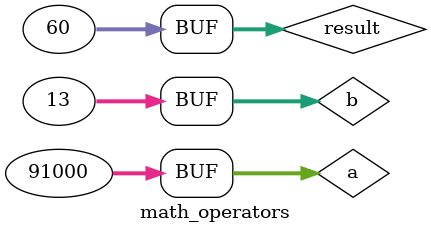
<source format=v>
module math_operators();

    integer a=2, b=3, result;               //32bit signed value

    //Procedure to continuously monitor a,b and result
    initial begin
      $monitor("MON a=%0d, b=%0d, result=%0d", a,b,result);
    end

    //Procedure to generate stimulus
    initial begin
      
      result = a**b;                        //Exponentiation
      #5;
      result = b**a;

      #5;
      a=177; b=12;
      result = a*b;                         //Multiplication

      #5;
      a=199; b=19;
      result = a/b;                         //Division
      #5;
      result = a%b;                         //Modulo/Remainder

      #5;
      a=199; b=-19;
      result = a/b;                         //Negative Quotient       
      #5
      result = a%b;                         //Negative Remainder

      #5;
      a=4199; b=-200;
      result = a+b;
      #5;
      result = a-b;

      #5;
      //Always use parenthisis while performing complex operations
      a=91000; b=13;
      result = (a-13000)/(b*100); 

    end 


endmodule
</source>
